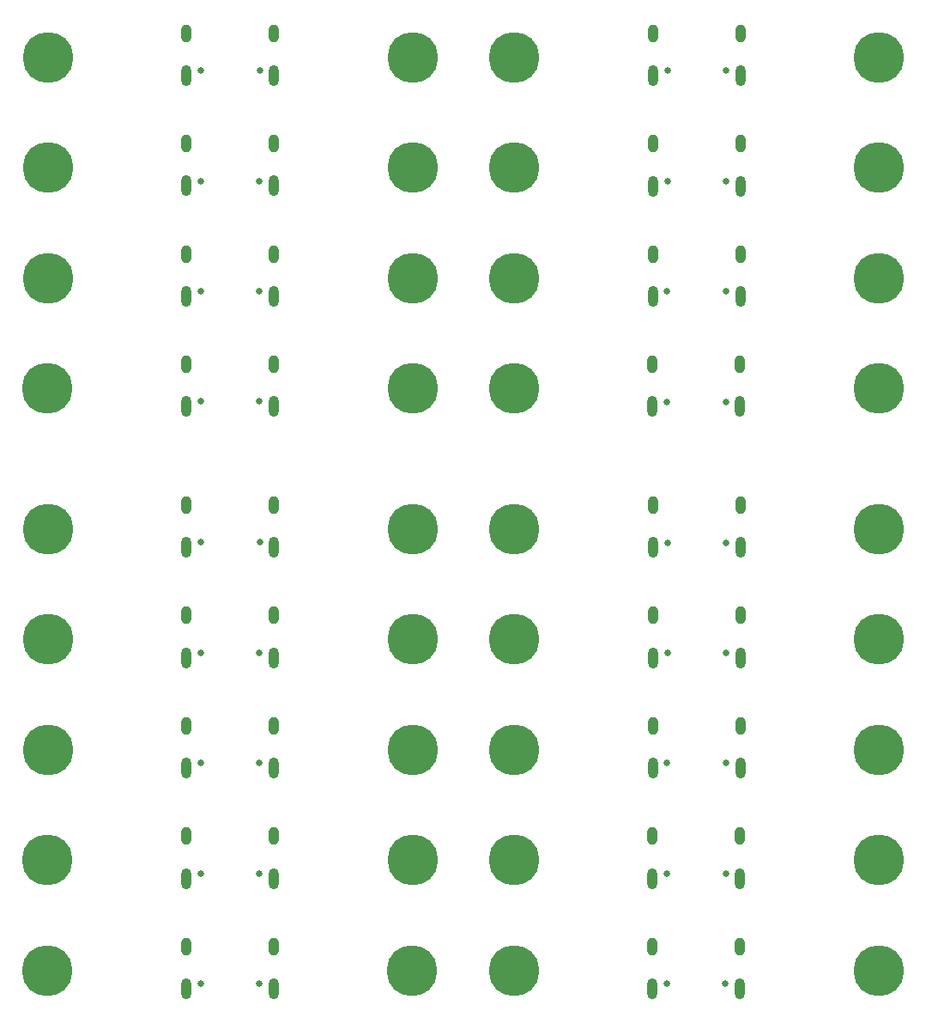
<source format=gbr>
%TF.GenerationSoftware,KiCad,Pcbnew,8.99.0-1678-gcd3e85b0b3*%
%TF.CreationDate,2024-07-13T23:24:54+07:00*%
%TF.ProjectId,dtb,6474622e-6b69-4636-9164-5f7063625858,rev?*%
%TF.SameCoordinates,Original*%
%TF.FileFunction,Soldermask,Bot*%
%TF.FilePolarity,Negative*%
%FSLAX46Y46*%
G04 Gerber Fmt 4.6, Leading zero omitted, Abs format (unit mm)*
G04 Created by KiCad (PCBNEW 8.99.0-1678-gcd3e85b0b3) date 2024-07-13 23:24:54*
%MOMM*%
%LPD*%
G01*
G04 APERTURE LIST*
%ADD10C,0.650000*%
%ADD11O,1.000000X2.100000*%
%ADD12O,1.000000X1.800000*%
%ADD13C,5.000000*%
G04 APERTURE END LIST*
D10*
%TO.C,J1*%
X251053655Y-142044206D03*
X245273655Y-142044206D03*
D11*
X252483655Y-142544206D03*
D12*
X252483655Y-138364206D03*
D11*
X243843655Y-142544206D03*
D12*
X243843655Y-138364206D03*
%TD*%
D13*
%TO.C,*%
X266163107Y-140733713D03*
%TD*%
%TO.C,*%
X266174905Y-129858773D03*
%TD*%
%TO.C,H1*%
X230163107Y-140733713D03*
%TD*%
%TO.C,H1*%
X230174905Y-129858773D03*
%TD*%
D10*
%TO.C,J1*%
X251065453Y-131169266D03*
X245285453Y-131169266D03*
D11*
X252495453Y-131669266D03*
D12*
X252495453Y-127489266D03*
D11*
X243855453Y-131669266D03*
D12*
X243855453Y-127489266D03*
%TD*%
D13*
%TO.C,*%
X266164606Y-94224820D03*
%TD*%
%TO.C,H1*%
X230164606Y-94224820D03*
%TD*%
D10*
%TO.C,J1*%
X251055154Y-95535313D03*
X245275154Y-95535313D03*
D11*
X252485154Y-96035313D03*
D12*
X252485154Y-91855313D03*
D11*
X243845154Y-96035313D03*
D12*
X243845154Y-91855313D03*
%TD*%
D13*
%TO.C,*%
X266176404Y-83349880D03*
%TD*%
D10*
%TO.C,J1*%
X251066952Y-84660373D03*
X245286952Y-84660373D03*
D11*
X252496952Y-85160373D03*
D12*
X252496952Y-80980373D03*
D11*
X243856952Y-85160373D03*
D12*
X243856952Y-80980373D03*
%TD*%
D13*
%TO.C,H1*%
X230176404Y-83349880D03*
%TD*%
%TO.C,*%
X266188202Y-72474940D03*
%TD*%
D10*
%TO.C,J1*%
X251078750Y-73785433D03*
X245298750Y-73785433D03*
D11*
X252508750Y-74285433D03*
D12*
X252508750Y-70105433D03*
D11*
X243868750Y-74285433D03*
D12*
X243868750Y-70105433D03*
%TD*%
D13*
%TO.C,H1*%
X230188202Y-72474940D03*
%TD*%
%TO.C,*%
X266200000Y-61600000D03*
%TD*%
D10*
%TO.C,J1*%
X251090548Y-62910493D03*
X245310548Y-62910493D03*
D11*
X252520548Y-63410493D03*
D12*
X252520548Y-59230493D03*
D11*
X243880548Y-63410493D03*
D12*
X243880548Y-59230493D03*
%TD*%
D13*
%TO.C,H1*%
X230200000Y-61600000D03*
%TD*%
D10*
%TO.C,J1*%
X251077251Y-120294326D03*
X245297251Y-120294326D03*
D11*
X252507251Y-120794326D03*
D12*
X252507251Y-116614326D03*
D11*
X243867251Y-120794326D03*
D12*
X243867251Y-116614326D03*
%TD*%
D13*
%TO.C,*%
X266186703Y-118983833D03*
%TD*%
%TO.C,H1*%
X230186703Y-118983833D03*
%TD*%
%TO.C,*%
X266198501Y-108108893D03*
%TD*%
D10*
%TO.C,J1*%
X251089049Y-109419386D03*
X245309049Y-109419386D03*
D11*
X252519049Y-109919386D03*
D12*
X252519049Y-105739386D03*
D11*
X243879049Y-109919386D03*
D12*
X243879049Y-105739386D03*
%TD*%
D13*
%TO.C,H1*%
X230198501Y-108108893D03*
%TD*%
D10*
%TO.C,J1*%
X251041857Y-152919146D03*
X245261857Y-152919146D03*
D11*
X252471857Y-153419146D03*
D12*
X252471857Y-149239146D03*
D11*
X243831857Y-153419146D03*
D12*
X243831857Y-149239146D03*
%TD*%
D13*
%TO.C,H1*%
X230151309Y-151608653D03*
%TD*%
%TO.C,*%
X266151309Y-151608653D03*
%TD*%
%TO.C,*%
X220141010Y-151600157D03*
%TD*%
%TO.C,H1*%
X184141010Y-151600157D03*
%TD*%
D10*
%TO.C,J1*%
X205031558Y-152910650D03*
X199251558Y-152910650D03*
D11*
X206461558Y-153410650D03*
D12*
X206461558Y-149230650D03*
D11*
X197821558Y-153410650D03*
D12*
X197821558Y-149230650D03*
%TD*%
D13*
%TO.C,*%
X220152808Y-140725217D03*
%TD*%
%TO.C,H1*%
X184152808Y-140725217D03*
%TD*%
D10*
%TO.C,J1*%
X205043356Y-142035710D03*
X199263356Y-142035710D03*
D11*
X206473356Y-142535710D03*
D12*
X206473356Y-138355710D03*
D11*
X197833356Y-142535710D03*
D12*
X197833356Y-138355710D03*
%TD*%
D13*
%TO.C,*%
X220164606Y-129850277D03*
%TD*%
%TO.C,H1*%
X184164606Y-129850277D03*
%TD*%
D10*
%TO.C,J1*%
X205055154Y-131160770D03*
X199275154Y-131160770D03*
D11*
X206485154Y-131660770D03*
D12*
X206485154Y-127480770D03*
D11*
X197845154Y-131660770D03*
D12*
X197845154Y-127480770D03*
%TD*%
D13*
%TO.C,*%
X220176404Y-118975337D03*
%TD*%
%TO.C,H1*%
X184176404Y-118975337D03*
%TD*%
D10*
%TO.C,J1*%
X205066952Y-120285830D03*
X199286952Y-120285830D03*
D11*
X206496952Y-120785830D03*
D12*
X206496952Y-116605830D03*
D11*
X197856952Y-120785830D03*
D12*
X197856952Y-116605830D03*
%TD*%
D13*
%TO.C,H1*%
X184188202Y-108100397D03*
%TD*%
D10*
%TO.C,J1*%
X205078750Y-109410890D03*
X199298750Y-109410890D03*
D11*
X206508750Y-109910890D03*
D12*
X206508750Y-105730890D03*
D11*
X197868750Y-109910890D03*
D12*
X197868750Y-105730890D03*
%TD*%
D13*
%TO.C,*%
X220188202Y-108100397D03*
%TD*%
%TO.C,*%
X220154307Y-94216324D03*
%TD*%
D10*
%TO.C,J1*%
X205044855Y-95526817D03*
X199264855Y-95526817D03*
D11*
X206474855Y-96026817D03*
D12*
X206474855Y-91846817D03*
D11*
X197834855Y-96026817D03*
D12*
X197834855Y-91846817D03*
%TD*%
D13*
%TO.C,H1*%
X184154307Y-94216324D03*
%TD*%
%TO.C,*%
X220166105Y-83341384D03*
%TD*%
D10*
%TO.C,J1*%
X205056653Y-84651877D03*
X199276653Y-84651877D03*
D11*
X206486653Y-85151877D03*
D12*
X206486653Y-80971877D03*
D11*
X197846653Y-85151877D03*
D12*
X197846653Y-80971877D03*
%TD*%
D13*
%TO.C,H1*%
X184166105Y-83341384D03*
%TD*%
%TO.C,H1*%
X184189701Y-61591504D03*
%TD*%
D10*
%TO.C,J1*%
X205080249Y-62901997D03*
X199300249Y-62901997D03*
D11*
X206510249Y-63401997D03*
D12*
X206510249Y-59221997D03*
D11*
X197870249Y-63401997D03*
D12*
X197870249Y-59221997D03*
%TD*%
D13*
%TO.C,*%
X220189701Y-61591504D03*
%TD*%
%TO.C,H1*%
X184177903Y-72466444D03*
%TD*%
D12*
%TO.C,J1*%
X197858451Y-70096937D03*
D11*
X197858451Y-74276937D03*
D12*
X206498451Y-70096937D03*
D11*
X206498451Y-74276937D03*
D10*
X199288451Y-73776937D03*
X205068451Y-73776937D03*
%TD*%
D13*
%TO.C,*%
X220177903Y-72466444D03*
%TD*%
M02*

</source>
